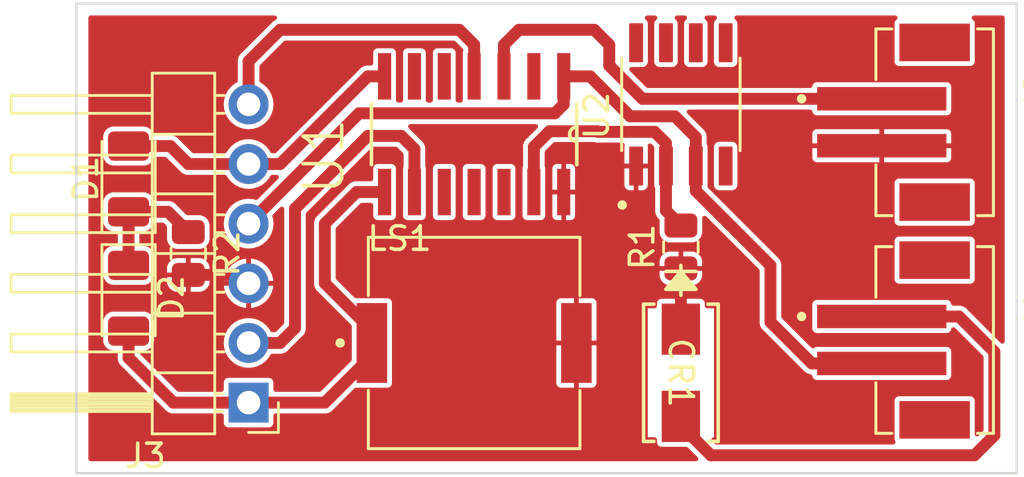
<source format=kicad_pcb>
(kicad_pcb (version 20221018) (generator pcbnew)
  (layers (0 "F.Cu" signal) (31 "B.Cu" signal) (44 "Edge.Cuts" user))
  (net 0 "")
  (net 1 "GND")
  (net 2 "/VCC")
  (net 3 "/M1")
  (net 4 "/MISO")
  (net 5 "/SCK")
  (net 6 "/MOSI")
  (net 7 "/RST")
  (net 9 "/LED1")
  (net 10 "/LED2")
  (net 14 "/AMB")
  (net 15 "Net-(CR1-Pad2)")
  (net 16 "Net-(D1-K)")
  (footprint "LED_SMD:LED_1206_3216Metric" (layer "F.Cu") (at 111.125 77.47 90)
    (fp_text reference "D1" (at 0 -1.82 90) (layer "F.SilkS"))
    (fp_text value "LED")
    (fp_line (start -2.285 -1.135) (end -2.285 1.135) (stroke (width 0.12)) (layer "F.SilkS"))
    (fp_line (start -2.285 1.135) (end 1.6 1.135) (stroke (width 0.12)) (layer "F.SilkS"))
    (fp_line (start 1.6 -1.135) (end -2.285 -1.135) (stroke (width 0.12)) (layer "F.SilkS"))
    (pad "1" smd roundrect (at -1.4 0 90) (size 1.25 1.75) (layers "F.Cu" "F.Paste" "F.Mask") (roundrect_rratio 0.2) (net 16 "Net-(D1-K)"))
    (pad "2" smd roundrect (at 1.4 0 90) (size 1.25 1.75) (layers "F.Cu" "F.Paste" "F.Mask") (roundrect_rratio 0.2) (net 6 "/MOSI"))
  )
  (footprint "Library:SOIC127P599X175-8N" (layer "F.Cu") (at 134.62 74.295 90)
    (fp_text reference "U2" (at -0.48 -3.582 90) (layer "F.SilkS"))
    (fp_text value "MLX75305KXD-AAA-000-RE")
    (fp_line (start -1.97 -2.52) (end 1.97 -2.52) (stroke (width 0.127)) (layer "F.SilkS"))
    (fp_line (start -1.97 2.52) (end 1.97 2.52) (stroke (width 0.127)) (layer "F.SilkS"))
    (fp_circle (center -4.285 -2.495) (end -4.185 -2.495) (stroke (width 0.2)) (fill none) (layer "F.SilkS"))
    (pad "1" smd roundrect (at -2.625 -1.905 90) (size 1.66 0.59) (layers "F.Cu" "F.Paste" "F.Mask") (roundrect_rratio 0.07) (net 1 "GND"))
    (pad "2" smd roundrect (at -2.625 -0.635 90) (size 1.66 0.59) (layers "F.Cu" "F.Paste" "F.Mask") (roundrect_rratio 0.07) (net 14 "/AMB"))
    (pad "3" smd roundrect (at -2.625 0.635 90) (size 1.66 0.59) (layers "F.Cu" "F.Paste" "F.Mask") (roundrect_rratio 0.07) (net 2 "/VCC"))
    (pad "4" smd roundrect (at -2.625 1.905 90) (size 1.66 0.59) (layers "F.Cu" "F.Paste" "F.Mask") (roundrect_rratio 0.07))
    (pad "5" smd roundrect (at 2.625 1.905 90) (size 1.66 0.59) (layers "F.Cu" "F.Paste" "F.Mask") (roundrect_rratio 0.07))
    (pad "6" smd roundrect (at 2.625 0.635 90) (size 1.66 0.59) (layers "F.Cu" "F.Paste" "F.Mask") (roundrect_rratio 0.07))
    (pad "7" smd roundrect (at 2.625 -0.635 90) (size 1.66 0.59) (layers "F.Cu" "F.Paste" "F.Mask") (roundrect_rratio 0.07))
    (pad "8" smd roundrect (at 2.625 -1.905 90) (size 1.66 0.59) (layers "F.Cu" "F.Paste" "F.Mask") (roundrect_rratio 0.07))
  )
  (footprint "LED_SMD:LED_1206_3216Metric" (layer "F.Cu") (at 111.125 82.55 -90)
    (fp_text reference "D2" (at 0 -1.82 90) (layer "F.SilkS"))
    (fp_text value "LED")
    (fp_line (start -2.285 -1.135) (end -2.285 1.135) (stroke (width 0.12)) (layer "F.SilkS"))
    (fp_line (start -2.285 1.135) (end 1.6 1.135) (stroke (width 0.12)) (layer "F.SilkS"))
    (fp_line (start 1.6 -1.135) (end -2.285 -1.135) (stroke (width 0.12)) (layer "F.SilkS"))
    (pad "1" smd roundrect (at -1.4 0 270) (size 1.25 1.75) (layers "F.Cu" "F.Paste" "F.Mask") (roundrect_rratio 0.2) (net 16 "Net-(D1-K)"))
    (pad "2" smd roundrect (at 1.4 0 270) (size 1.25 1.75) (layers "F.Cu" "F.Paste" "F.Mask") (roundrect_rratio 0.2) (net 4 "/MISO"))
  )
  (footprint "Connector_PinHeader_2.54mm:PinHeader_1x06_P2.54mm_Horizontal" (layer "F.Cu") (at 116.23 86.995 180)
    (fp_text reference "J3" (at 4.385 -2.27) (layer "F.SilkS"))
    (fp_text value "Conn_01x06_Pin")
    (fp_line (start -1.27 -1.27) (end 0 -1.27) (stroke (width 0.12)) (layer "F.SilkS"))
    (fp_line (start -1.27 0) (end -1.27 -1.27) (stroke (width 0.12)) (layer "F.SilkS"))
    (fp_line (start 1.042929 2.16) (end 1.44 2.16) (stroke (width 0.12)) (layer "F.SilkS"))
    (fp_line (start 1.042929 2.92) (end 1.44 2.92) (stroke (width 0.12)) (layer "F.SilkS"))
    (fp_line (start 1.042929 4.7) (end 1.44 4.7) (stroke (width 0.12)) (layer "F.SilkS"))
    (fp_line (start 1.042929 5.46) (end 1.44 5.46) (stroke (width 0.12)) (layer "F.SilkS"))
    (fp_line (start 1.042929 7.24) (end 1.44 7.24) (stroke (width 0.12)) (layer "F.SilkS"))
    (fp_line (start 1.042929 8) (end 1.44 8) (stroke (width 0.12)) (layer "F.SilkS"))
    (fp_line (start 1.042929 9.78) (end 1.44 9.78) (stroke (width 0.12)) (layer "F.SilkS"))
    (fp_line (start 1.042929 10.54) (end 1.44 10.54) (stroke (width 0.12)) (layer "F.SilkS"))
    (fp_line (start 1.042929 12.32) (end 1.44 12.32) (stroke (width 0.12)) (layer "F.SilkS"))
    (fp_line (start 1.042929 13.08) (end 1.44 13.08) (stroke (width 0.12)) (layer "F.SilkS"))
    (fp_line (start 1.11 -0.38) (end 1.44 -0.38) (stroke (width 0.12)) (layer "F.SilkS"))
    (fp_line (start 1.11 0.38) (end 1.44 0.38) (stroke (width 0.12)) (layer "F.SilkS"))
    (fp_line (start 1.44 -1.33) (end 1.44 14.03) (stroke (width 0.12)) (layer "F.SilkS"))
    (fp_line (start 1.44 1.27) (end 4.1 1.27) (stroke (width 0.12)) (layer "F.SilkS"))
    (fp_line (start 1.44 3.81) (end 4.1 3.81) (stroke (width 0.12)) (layer "F.SilkS"))
    (fp_line (start 1.44 6.35) (end 4.1 6.35) (stroke (width 0.12)) (layer "F.SilkS"))
    (fp_line (start 1.44 8.89) (end 4.1 8.89) (stroke (width 0.12)) (layer "F.SilkS"))
    (fp_line (start 1.44 11.43) (end 4.1 11.43) (stroke (width 0.12)) (layer "F.SilkS"))
    (fp_line (start 1.44 14.03) (end 4.1 14.03) (stroke (width 0.12)) (layer "F.SilkS"))
    (fp_line (start 4.1 -1.33) (end 1.44 -1.33) (stroke (width 0.12)) (layer "F.SilkS"))
    (fp_line (start 4.1 -0.38) (end 10.1 -0.38) (stroke (width 0.12)) (layer "F.SilkS"))
    (fp_line (start 4.1 -0.32) (end 10.1 -0.32) (stroke (width 0.12)) (layer "F.SilkS"))
    (fp_line (start 4.1 -0.2) (end 10.1 -0.2) (stroke (width 0.12)) (layer "F.SilkS"))
    (fp_line (start 4.1 -0.08) (end 10.1 -0.08) (stroke (width 0.12)) (layer "F.SilkS"))
    (fp_line (start 4.1 0.04) (end 10.1 0.04) (stroke (width 0.12)) (layer "F.SilkS"))
    (fp_line (start 4.1 0.16) (end 10.1 0.16) (stroke (width 0.12)) (layer "F.SilkS"))
    (fp_line (start 4.1 0.28) (end 10.1 0.28) (stroke (width 0.12)) (layer "F.SilkS"))
    (fp_line (start 4.1 2.16) (end 10.1 2.16) (stroke (width 0.12)) (layer "F.SilkS"))
    (fp_line (start 4.1 4.7) (end 10.1 4.7) (stroke (width 0.12)) (layer "F.SilkS"))
    (fp_line (start 4.1 7.24) (end 10.1 7.24) (stroke (width 0.12)) (layer "F.SilkS"))
    (fp_line (start 4.1 9.78) (end 10.1 9.78) (stroke (width 0.12)) (layer "F.SilkS"))
    (fp_line (start 4.1 12.32) (end 10.1 12.32) (stroke (width 0.12)) (layer "F.SilkS"))
    (fp_line (start 4.1 14.03) (end 4.1 -1.33) (stroke (width 0.12)) (layer "F.SilkS"))
    (fp_line (start 10.1 -0.38) (end 10.1 0.38) (stroke (width 0.12)) (layer "F.SilkS"))
    (fp_line (start 10.1 0.38) (end 4.1 0.38) (stroke (width 0.12)) (layer "F.SilkS"))
    (fp_line (start 10.1 2.16) (end 10.1 2.92) (stroke (width 0.12)) (layer "F.SilkS"))
    (fp_line (start 10.1 2.92) (end 4.1 2.92) (stroke (width 0.12)) (layer "F.SilkS"))
    (fp_line (start 10.1 4.7) (end 10.1 5.46) (stroke (width 0.12)) (layer "F.SilkS"))
    (fp_line (start 10.1 5.46) (end 4.1 5.46) (stroke (width 0.12)) (layer "F.SilkS"))
    (fp_line (start 10.1 7.24) (end 10.1 8) (stroke (width 0.12)) (layer "F.SilkS"))
    (fp_line (start 10.1 8) (end 4.1 8) (stroke (width 0.12)) (layer "F.SilkS"))
    (fp_line (start 10.1 9.78) (end 10.1 10.54) (stroke (width 0.12)) (layer "F.SilkS"))
    (fp_line (start 10.1 10.54) (end 4.1 10.54) (stroke (width 0.12)) (layer "F.SilkS"))
    (fp_line (start 10.1 12.32) (end 10.1 13.08) (stroke (width 0.12)) (layer "F.SilkS"))
    (fp_line (start 10.1 13.08) (end 4.1 13.08) (stroke (width 0.12)) (layer "F.SilkS"))
    (pad "1" thru_hole rect (at 0 0 180) (size 1.7 1.7) (drill 1) (layers "*.Cu" "*.Mask") (net 4 "/MISO"))
    (pad "2" thru_hole oval (at 0 2.54 180) (size 1.7 1.7) (drill 1) (layers "*.Cu" "*.Mask") (net 5 "/SCK"))
    (pad "3" thru_hole oval (at 0 5.08 180) (size 1.7 1.7) (drill 1) (layers "*.Cu" "*.Mask") (net 1 "GND"))
    (pad "4" thru_hole oval (at 0 7.62 180) (size 1.7 1.7) (drill 1) (layers "*.Cu" "*.Mask") (net 2 "/VCC"))
    (pad "5" thru_hole oval (at 0 10.16 180) (size 1.7 1.7) (drill 1) (layers "*.Cu" "*.Mask") (net 6 "/MOSI"))
    (pad "6" thru_hole oval (at 0 12.7 180) (size 1.7 1.7) (drill 1) (layers "*.Cu" "*.Mask") (net 7 "/RST"))
  )
  (footprint "Library:JST_B2B-PH-SM4-TB" (layer "F.Cu") (at 145.415 84.328 -90)
    (fp_text reference "J1" (at -1.275 -4.385 90) (layer "F.SilkS"))
    (fp_text value "B2B-PH-SM4-TB")
    (fp_line (start -3.975 -2.5) (end 3.975 -2.5) (stroke (width 0.127)) (layer "F.SilkS"))
    (fp_line (start -3.975 -1.82) (end -3.975 -2.5) (stroke (width 0.127)) (layer "F.SilkS"))
    (fp_line (start -3.975 2.5) (end -3.975 1.82) (stroke (width 0.127)) (layer "F.SilkS"))
    (fp_line (start -1.82 2.5) (end -3.975 2.5) (stroke (width 0.127)) (layer "F.SilkS"))
    (fp_line (start 3.975 -2.5) (end 3.975 -1.82) (stroke (width 0.127)) (layer "F.SilkS"))
    (fp_line (start 3.975 2.5) (end 1.82 2.5) (stroke (width 0.127)) (layer "F.SilkS"))
    (fp_line (start 3.975 2.5) (end 3.975 1.82) (stroke (width 0.127)) (layer "F.SilkS"))
    (fp_circle (center -1 5.66) (end -0.9 5.66) (stroke (width 0.2)) (fill none) (layer "F.SilkS"))
    (pad "1" smd rect (at -1 2.25 270) (size 1 5.5) (layers "F.Cu" "F.Paste" "F.Mask") (net 15 "Net-(CR1-Pad2)"))
    (pad "2" smd rect (at 1 2.25 270) (size 1 5.5) (layers "F.Cu" "F.Paste" "F.Mask") (net 2 "/VCC"))
    (pad "S1" smd rect (at -3.4 0 270) (size 1.6 3) (layers "F.Cu" "F.Paste" "F.Mask"))
    (pad "S2" smd rect (at 3.4 0 270) (size 1.6 3) (layers "F.Cu" "F.Paste" "F.Mask"))
  )
  (footprint "Library:SOIC127P600X175-14N" (layer "F.Cu") (at 125.825 75.565 -90)
    (fp_text reference "U1" (at 0.941555 6.387375 90) (layer "F.SilkS") (effects (font (size 1.643079 1.643079))))
    (fp_text value "ATTINY84A-SSUR")
    (fp_line (start -1.2954 4.3688) (end 1.2954 4.3688) (stroke (width 0.1524)) (layer "F.SilkS"))
    (fp_line (start -0.3048 -4.3688) (end -1.2954 -4.3688) (stroke (width 0.1524)) (layer "F.SilkS"))
    (fp_line (start 0.3048 -4.3688) (end -0.3048 -4.3688) (stroke (width 0.1524)) (layer "F.SilkS"))
    (fp_line (start 1.2954 -4.3688) (end 0.3048 -4.3688) (stroke (width 0.1524)) (layer "F.SilkS"))
    (fp_arc (start 0.3048 -4.3688) (mid 0 -4.064) (end -0.3048 -4.3688) (stroke (width 0.1524)) (layer "F.SilkS"))
    (pad "1" smd rect (at -2.4638 -3.81 270) (size 1.9812 0.5588) (layers "F.Cu" "F.Paste" "F.Mask") (net 2 "/VCC"))
    (pad "2" smd rect (at -2.4638 -2.54 270) (size 1.9812 0.5588) (layers "F.Cu" "F.Paste" "F.Mask"))
    (pad "3" smd rect (at -2.4638 -1.27 270) (size 1.9812 0.5588) (layers "F.Cu" "F.Paste" "F.Mask") (net 3 "/M1"))
    (pad "4" smd rect (at -2.4638 0 270) (size 1.9812 0.5588) (layers "F.Cu" "F.Paste" "F.Mask") (net 7 "/RST"))
    (pad "5" smd rect (at -2.4638 1.27 270) (size 1.9812 0.5588) (layers "F.Cu" "F.Paste" "F.Mask") (net 9 "/LED1"))
    (pad "6" smd rect (at -2.4638 2.54 270) (size 1.9812 0.5588) (layers "F.Cu" "F.Paste" "F.Mask") (net 10 "/LED2"))
    (pad "7" smd rect (at -2.4638 3.81 270) (size 1.9812 0.5588) (layers "F.Cu" "F.Paste" "F.Mask") (net 6 "/MOSI"))
    (pad "8" smd rect (at 2.4638 3.81 270) (size 1.9812 0.5588) (layers "F.Cu" "F.Paste" "F.Mask") (net 4 "/MISO"))
    (pad "9" smd rect (at 2.4638 2.54 270) (size 1.9812 0.5588) (layers "F.Cu" "F.Paste" "F.Mask") (net 5 "/SCK"))
    (pad "10" smd rect (at 2.4638 1.27 270) (size 1.9812 0.5588) (layers "F.Cu" "F.Paste" "F.Mask"))
    (pad "11" smd rect (at 2.4638 0 270) (size 1.9812 0.5588) (layers "F.Cu" "F.Paste" "F.Mask"))
    (pad "12" smd rect (at 2.4638 -1.27 270) (size 1.9812 0.5588) (layers "F.Cu" "F.Paste" "F.Mask"))
    (pad "13" smd rect (at 2.4638 -2.54 270) (size 1.9812 0.5588) (layers "F.Cu" "F.Paste" "F.Mask") (net 14 "/AMB"))
    (pad "14" smd rect (at 2.4638 -3.81 270) (size 1.9812 0.5588) (layers "F.Cu" "F.Paste" "F.Mask") (net 1 "GND"))
  )
  (footprint "Resistor_SMD:R_0805_2012Metric" (layer "F.Cu") (at 113.665 80.645 -90)
    (fp_text reference "R2" (at 0 -1.65 90) (layer "F.SilkS"))
    (fp_text value "R")
    (fp_line (start -0.227064 -0.735) (end 0.227064 -0.735) (stroke (width 0.12)) (layer "F.SilkS"))
    (fp_line (start -0.227064 0.735) (end 0.227064 0.735) (stroke (width 0.12)) (layer "F.SilkS"))
    (pad "1" smd roundrect (at -0.9125 0 270) (size 1.025 1.4) (layers "F.Cu" "F.Paste" "F.Mask") (roundrect_rratio 0.243902) (net 16 "Net-(D1-K)"))
    (pad "2" smd roundrect (at 0.9125 0 270) (size 1.025 1.4) (layers "F.Cu" "F.Paste" "F.Mask") (roundrect_rratio 0.243902) (net 1 "GND"))
  )
  (footprint "Library:SPKR_PKMCS0909E4000-R1" (layer "F.Cu") (at 125.825 84.455)
    (fp_text reference "LS1" (at -3.175 -4.445) (layer "F.SilkS"))
    (fp_text value "PKMCS0909E4000-R1")
    (fp_line (start -4.5 -4.5) (end 4.5 -4.5) (stroke (width 0.127)) (layer "F.SilkS"))
    (fp_line (start -4.5 -2.02) (end -4.5 -4.5) (stroke (width 0.127)) (layer "F.SilkS"))
    (fp_line (start -4.5 4.5) (end -4.5 2.02) (stroke (width 0.127)) (layer "F.SilkS"))
    (fp_line (start 4.5 -4.5) (end 4.5 -2.02) (stroke (width 0.127)) (layer "F.SilkS"))
    (fp_line (start 4.5 2.02) (end 4.5 4.5) (stroke (width 0.127)) (layer "F.SilkS"))
    (fp_line (start 4.5 4.5) (end -4.5 4.5) (stroke (width 0.127)) (layer "F.SilkS"))
    (fp_circle (center -5.7 0) (end -5.6 0) (stroke (width 0.2)) (fill none) (layer "F.SilkS"))
    (pad "1" smd rect (at -4.35 0) (size 1.3 3.4) (layers "F.Cu" "F.Paste" "F.Mask") (net 4 "/MISO"))
    (pad "2" smd rect (at 4.35 0) (size 1.3 3.4) (layers "F.Cu" "F.Paste" "F.Mask") (net 1 "GND"))
  )
  (footprint "Library:SMA_DIO" (layer "F.Cu") (at 134.62 85.725 -90)
    (fp_text reference "CR1" (at 0 0 -90 unlocked) (layer "F.SilkS"))
    (fp_text value "S1A-13-F")
    (fp_line (start -4.319001 -0.635) (end -4.319001 0.635) (stroke (width 0.1524)) (layer "F.SilkS"))
    (fp_line (start -4.319001 0) (end -3.557001 -0.635) (stroke (width 0.1524)) (layer "F.SilkS"))
    (fp_line (start -4.319001 0) (end -3.557001 -0.508) (stroke (width 0.1524)) (layer "F.SilkS"))
    (fp_line (start -4.319001 0) (end -3.557001 -0.381) (stroke (width 0.1524)) (layer "F.SilkS"))
    (fp_line (start -4.319001 0) (end -3.557001 -0.254) (stroke (width 0.1524)) (layer "F.SilkS"))
    (fp_line (start -4.319001 0) (end -3.557001 -0.127) (stroke (width 0.1524)) (layer "F.SilkS"))
    (fp_line (start -4.319001 0) (end -3.557001 0.127) (stroke (width 0.1524)) (layer "F.SilkS"))
    (fp_line (start -4.319001 0) (end -3.557001 0.254) (stroke (width 0.1524)) (layer "F.SilkS"))
    (fp_line (start -4.319001 0) (end -3.557001 0.381) (stroke (width 0.1524)) (layer "F.SilkS"))
    (fp_line (start -4.319001 0) (end -3.557001 0.508) (stroke (width 0.1524)) (layer "F.SilkS"))
    (fp_line (start -4.319001 0) (end -3.557001 0.635) (stroke (width 0.1524)) (layer "F.SilkS"))
    (fp_line (start -3.557001 -0.635) (end -3.557001 0.635) (stroke (width 0.1524)) (layer "F.SilkS"))
    (fp_line (start -3.303001 0) (end -4.573001 0) (stroke (width 0.1524)) (layer "F.SilkS"))
    (fp_line (start -2.922001 -1.587) (end -2.922001 -1.14774) (stroke (width 0.1524)) (layer "F.SilkS"))
    (fp_line (start -2.922001 1.14774) (end -2.922001 1.587) (stroke (width 0.1524)) (layer "F.SilkS"))
    (fp_line (start -2.922001 1.587) (end 2.922001 1.587) (stroke (width 0.1524)) (layer "F.SilkS"))
    (fp_line (start 2.922001 -1.587) (end -2.922001 -1.587) (stroke (width 0.1524)) (layer "F.SilkS"))
    (fp_line (start 2.922001 -1.14774) (end 2.922001 -1.587) (stroke (width 0.1524)) (layer "F.SilkS"))
    (fp_line (start 2.922001 1.587) (end 2.922001 1.14774) (stroke (width 0.1524)) (layer "F.SilkS"))
    (pad "1" smd rect (at -1.8572 0) (size 1.63 2.1804) (layers "F.Cu" "F.Paste" "F.Mask") (net 1 "GND"))
    (pad "2" smd rect (at 1.8572 0) (size 1.63 2.1804) (layers "F.Cu" "F.Paste" "F.Mask") (net 15 "Net-(CR1-Pad2)"))
    (zone (net 0) (net_name "") (layer "F.Cu") (connect_pads (clearance 0)) (min_thickness 0.254)
      (keepout (tracks not_allowed) (vias not_allowed) (pads allowed) (copperpour not_allowed) (footprints allowed))
      (fill (thermal_gap 0.508) (thermal_bridge_width 0.508))
      (polygon (pts (xy 133.7542 82.9808) (xy 133.7542 88.4692) (xy 133.210801 88.4692) (xy 133.210801 82.9808)))
    )
    (zone (net 0) (net_name "") (layer "F.Cu") (connect_pads (clearance 0)) (min_thickness 0.254)
      (keepout (tracks not_allowed) (vias not_allowed) (pads allowed) (copperpour not_allowed) (footprints allowed))
      (fill (thermal_gap 0.508) (thermal_bridge_width 0.508))
      (polygon (pts (xy 135.4858 85.0088) (xy 135.4858 86.4412) (xy 133.7542 86.4412) (xy 133.7542 85.0088)))
    )
    (zone (net 0) (net_name "") (layer "F.Cu") (connect_pads (clearance 0)) (min_thickness 0.254)
      (keepout (tracks not_allowed) (vias not_allowed) (pads allowed) (copperpour not_allowed) (footprints allowed))
      (fill (thermal_gap 0.508) (thermal_bridge_width 0.508))
      (polygon (pts (xy 136.029199 82.9808) (xy 136.029199 88.4692) (xy 135.4858 88.4692) (xy 135.4858 82.9808)))
    )
  )
  (footprint "Library:JST_B2B-PH-SM4-TB" (layer "F.Cu") (at 145.415 75.057 -90)
    (fp_text reference "J2" (at -1.275 -4.385 90) (layer "F.SilkS"))
    (fp_text value "B2B-PH-SM4-TB")
    (fp_line (start -3.975 -2.5) (end 3.975 -2.5) (stroke (width 0.127)) (layer "F.SilkS"))
    (fp_line (start -3.975 -1.82) (end -3.975 -2.5) (stroke (width 0.127)) (layer "F.SilkS"))
    (fp_line (start -3.975 2.5) (end -3.975 1.82) (stroke (width 0.127)) (layer "F.SilkS"))
    (fp_line (start -1.82 2.5) (end -3.975 2.5) (stroke (width 0.127)) (layer "F.SilkS"))
    (fp_line (start 3.975 -2.5) (end 3.975 -1.82) (stroke (width 0.127)) (layer "F.SilkS"))
    (fp_line (start 3.975 2.5) (end 1.82 2.5) (stroke (width 0.127)) (layer "F.SilkS"))
    (fp_line (start 3.975 2.5) (end 3.975 1.82) (stroke (width 0.127)) (layer "F.SilkS"))
    (fp_circle (center -1 5.66) (end -0.9 5.66) (stroke (width 0.2)) (fill none) (layer "F.SilkS"))
    (pad "1" smd rect (at -1 2.25 270) (size 1 5.5) (layers "F.Cu" "F.Paste" "F.Mask") (net 3 "/M1"))
    (pad "2" smd rect (at 1 2.25 270) (size 1 5.5) (layers "F.Cu" "F.Paste" "F.Mask") (net 1 "GND"))
    (pad "S1" smd rect (at -3.4 0 270) (size 1.6 3) (layers "F.Cu" "F.Paste" "F.Mask"))
    (pad "S2" smd rect (at 3.4 0 270) (size 1.6 3) (layers "F.Cu" "F.Paste" "F.Mask"))
  )
  (footprint "Resistor_SMD:R_0805_2012Metric" (layer "F.Cu") (at 134.62 80.3675 90)
    (fp_text reference "R1" (at 0 -1.65 90) (layer "F.SilkS"))
    (fp_text value "R")
    (fp_line (start -0.227064 -0.735) (end 0.227064 -0.735) (stroke (width 0.12)) (layer "F.SilkS"))
    (fp_line (start -0.227064 0.735) (end 0.227064 0.735) (stroke (width 0.12)) (layer "F.SilkS"))
    (pad "1" smd roundrect (at -0.9125 0 90) (size 1.025 1.4) (layers "F.Cu" "F.Paste" "F.Mask") (roundrect_rratio 0.243902) (net 1 "GND"))
    (pad "2" smd roundrect (at 0.9125 0 90) (size 1.025 1.4) (layers "F.Cu" "F.Paste" "F.Mask") (roundrect_rratio 0.243902) (net 14 "/AMB"))
  )
  (gr_rect (start 108.905 70) (end 148.905 90) (stroke (width 0.1)) (fill none) (layer "Edge.Cuts"))
  (segment (start 113.665 81.5575) (end 115.8725 81.5575) (width 0.508) (layer "F.Cu") (net 1))
  (segment (start 134.62 81.28) (end 134.62 83.8678) (width 0.508) (layer "F.Cu") (net 1))
  (segment (start 115.8725 81.5575) (end 116.23 81.915) (width 0.508) (layer "F.Cu") (net 1))
  (segment (start 135.255 76.92) (end 135.255 77.978) (width 0.508) (layer "F.Cu") (net 2))
  (segment (start 129.254 74.676) (end 129.635 74.295) (width 0.508) (layer "F.Cu") (net 2))
  (segment (start 130.7592 73.1012) (end 132.461 74.803) (width 0.508) (layer "F.Cu") (net 2))
  (segment (start 135.255 75.692) (end 135.255 76.92) (width 0.508) (layer "F.Cu") (net 2))
  (segment (start 132.461 74.803) (end 134.366 74.803) (width 0.508) (layer "F.Cu") (net 2))
  (segment (start 134.366 74.803) (end 135.255 75.692) (width 0.508) (layer "F.Cu") (net 2))
  (segment (start 129.635 73.1012) (end 130.7592 73.1012) (width 0.508) (layer "F.Cu") (net 2))
  (segment (start 129.635 74.295) (end 129.635 73.1012) (width 0.508) (layer "F.Cu") (net 2))
  (segment (start 138.43 83.566) (end 140.192 85.328) (width 0.508) (layer "F.Cu") (net 2))
  (segment (start 120.929 74.676) (end 129.254 74.676) (width 0.508) (layer "F.Cu") (net 2))
  (segment (start 116.23 79.375) (end 120.929 74.676) (width 0.508) (layer "F.Cu") (net 2))
  (segment (start 138.43 81.153) (end 138.43 83.566) (width 0.508) (layer "F.Cu") (net 2))
  (segment (start 135.255 77.978) (end 138.43 81.153) (width 0.508) (layer "F.Cu") (net 2))
  (segment (start 140.192 85.328) (end 143.165 85.328) (width 0.508) (layer "F.Cu") (net 2))
  (segment (start 132.985 74.057) (end 143.165 74.057) (width 0.508) (layer "F.Cu") (net 3))
  (segment (start 131.572 71.755) (end 131.572 72.644) (width 0.508) (layer "F.Cu") (net 3))
  (segment (start 127.095 73.1012) (end 127.095 71.755) (width 0.508) (layer "F.Cu") (net 3))
  (segment (start 130.937 71.12) (end 131.572 71.755) (width 0.508) (layer "F.Cu") (net 3))
  (segment (start 127.73 71.12) (end 130.937 71.12) (width 0.508) (layer "F.Cu") (net 3))
  (segment (start 131.572 72.644) (end 132.985 74.057) (width 0.508) (layer "F.Cu") (net 3))
  (segment (start 127.095 71.755) (end 127.73 71.12) (width 0.508) (layer "F.Cu") (net 3))
  (segment (start 119.475 86.995) (end 121.475 84.995) (width 0.508) (layer "F.Cu") (net 4))
  (segment (start 121.475 83.915) (end 119.475 81.915) (width 0.508) (layer "F.Cu") (net 4))
  (segment (start 116.23 86.995) (end 119.475 86.995) (width 0.508) (layer "F.Cu") (net 4))
  (segment (start 121.475 84.455) (end 121.475 83.915) (width 0.508) (layer "F.Cu") (net 4))
  (segment (start 111.125 83.95) (end 111.125 85.09) (width 0.508) (layer "F.Cu") (net 4))
  (segment (start 113.03 86.995) (end 116.23 86.995) (width 0.508) (layer "F.Cu") (net 4))
  (segment (start 120.8212 78.0288) (end 122.015 78.0288) (width 0.508) (layer "F.Cu") (net 4))
  (segment (start 119.475 81.915) (end 119.475 79.375) (width 0.508) (layer "F.Cu") (net 4))
  (segment (start 121.475 84.995) (end 121.475 84.455) (width 0.508) (layer "F.Cu") (net 4))
  (segment (start 111.125 85.09) (end 113.03 86.995) (width 0.508) (layer "F.Cu") (net 4))
  (segment (start 119.475 79.375) (end 120.8212 78.0288) (width 0.508) (layer "F.Cu") (net 4))
  (segment (start 117.57 84.455) (end 118.205 83.82) (width 0.508) (layer "F.Cu") (net 5))
  (segment (start 118.205 83.82) (end 118.205 78.74) (width 0.508) (layer "F.Cu") (net 5))
  (segment (start 123.285 76.2) (end 123.285 78.0288) (width 0.508) (layer "F.Cu") (net 5))
  (segment (start 118.205 78.74) (end 121.307 75.638) (width 0.508) (layer "F.Cu") (net 5))
  (segment (start 121.307 75.638) (end 122.723 75.638) (width 0.508) (layer "F.Cu") (net 5))
  (segment (start 122.723 75.638) (end 123.285 76.2) (width 0.508) (layer "F.Cu") (net 5))
  (segment (start 116.23 84.455) (end 117.57 84.455) (width 0.508) (layer "F.Cu") (net 5))
  (segment (start 112.9 76.07) (end 113.665 76.835) (width 0.508) (layer "F.Cu") (net 6))
  (segment (start 113.665 76.835) (end 116.23 76.835) (width 0.508) (layer "F.Cu") (net 6))
  (segment (start 117.57 76.835) (end 121.3038 73.1012) (width 0.508) (layer "F.Cu") (net 6))
  (segment (start 116.23 76.835) (end 117.57 76.835) (width 0.508) (layer "F.Cu") (net 6))
  (segment (start 111.125 76.07) (end 112.9 76.07) (width 0.508) (layer "F.Cu") (net 6))
  (segment (start 121.3038 73.1012) (end 122.015 73.1012) (width 0.508) (layer "F.Cu") (net 6))
  (segment (start 117.57 71.12) (end 125.19 71.12) (width 0.508) (layer "F.Cu") (net 7))
  (segment (start 116.23 74.295) (end 116.23 72.46) (width 0.508) (layer "F.Cu") (net 7))
  (segment (start 116.23 72.46) (end 117.57 71.12) (width 0.508) (layer "F.Cu") (net 7))
  (segment (start 125.19 71.12) (end 125.825 71.755) (width 0.508) (layer "F.Cu") (net 7))
  (segment (start 125.825 71.755) (end 125.825 73.1012) (width 0.508) (layer "F.Cu") (net 7))
  (segment (start 133.985 78.82) (end 134.62 79.455) (width 0.508) (layer "F.Cu") (net 14))
  (segment (start 131.064 75.438) (end 131.0894 75.4634) (width 0.508) (layer "F.Cu") (net 14))
  (segment (start 133.985 76.92) (end 133.985 78.82) (width 0.508) (layer "F.Cu") (net 14))
  (segment (start 128.365 76.105) (end 129.032 75.438) (width 0.508) (layer "F.Cu") (net 14))
  (segment (start 128.365 78.0288) (end 128.365 76.105) (width 0.508) (layer "F.Cu") (net 14))
  (segment (start 133.985 75.946) (end 133.985 76.92) (width 0.508) (layer "F.Cu") (net 14))
  (segment (start 129.032 75.438) (end 131.064 75.438) (width 0.508) (layer "F.Cu") (net 14))
  (segment (start 131.0894 75.4634) (end 133.5024 75.4634) (width 0.508) (layer "F.Cu") (net 14))
  (segment (start 133.5024 75.4634) (end 133.985 75.946) (width 0.508) (layer "F.Cu") (net 14))
  (segment (start 147.955 88.392) (end 147.955 84.836) (width 0.508) (layer "F.Cu") (net 15))
  (segment (start 134.62 87.5822) (end 134.62 87.96261) (width 0.508) (layer "F.Cu") (net 15))
  (segment (start 147.955 84.836) (end 146.447 83.328) (width 0.508) (layer "F.Cu") (net 15))
  (segment (start 134.62 87.96261) (end 135.89539 89.238) (width 0.508) (layer "F.Cu") (net 15))
  (segment (start 146.447 83.328) (end 143.165 83.328) (width 0.508) (layer "F.Cu") (net 15))
  (segment (start 147.109 89.238) (end 147.955 88.392) (width 0.508) (layer "F.Cu") (net 15))
  (segment (start 135.89539 89.238) (end 147.109 89.238) (width 0.508) (layer "F.Cu") (net 15))
  (segment (start 112.8025 78.87) (end 113.665 79.7325) (width 0.508) (layer "F.Cu") (net 16))
  (segment (start 111.125 78.87) (end 111.125 81.15) (width 0.508) (layer "F.Cu") (net 16))
  (segment (start 111.125 78.87) (end 112.8025 78.87) (width 0.508) (layer "F.Cu") (net 16))
  (zone (net 1) (net_name "GND") (layer "F.Cu") (connect_pads (clearance 0.2032)) (min_thickness 0.2032) (fill yes (thermal_gap 0.2032) (thermal_bridge_width 0.2032))
    (polygon (pts (xy 108.585 69.85) (xy 149.225 69.85) (xy 149.225 90.17) (xy 108.585 90.17)))
  )
)
</source>
